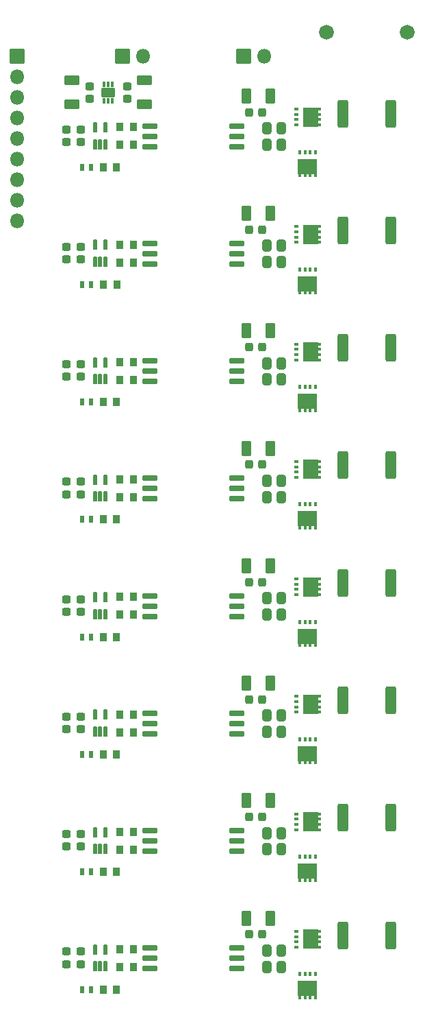
<source format=gbr>
%TF.GenerationSoftware,KiCad,Pcbnew,8.0.5*%
%TF.CreationDate,2024-10-04T12:38:32-05:00*%
%TF.ProjectId,bidirectional_load_switch,62696469-7265-4637-9469-6f6e616c5f6c,rev?*%
%TF.SameCoordinates,Original*%
%TF.FileFunction,Soldermask,Top*%
%TF.FilePolarity,Negative*%
%FSLAX46Y46*%
G04 Gerber Fmt 4.6, Leading zero omitted, Abs format (unit mm)*
G04 Created by KiCad (PCBNEW 8.0.5) date 2024-10-04 12:38:32*
%MOMM*%
%LPD*%
G01*
G04 APERTURE LIST*
G04 Aperture macros list*
%AMRoundRect*
0 Rectangle with rounded corners*
0 $1 Rounding radius*
0 $2 $3 $4 $5 $6 $7 $8 $9 X,Y pos of 4 corners*
0 Add a 4 corners polygon primitive as box body*
4,1,4,$2,$3,$4,$5,$6,$7,$8,$9,$2,$3,0*
0 Add four circle primitives for the rounded corners*
1,1,$1+$1,$2,$3*
1,1,$1+$1,$4,$5*
1,1,$1+$1,$6,$7*
1,1,$1+$1,$8,$9*
0 Add four rect primitives between the rounded corners*
20,1,$1+$1,$2,$3,$4,$5,0*
20,1,$1+$1,$4,$5,$6,$7,0*
20,1,$1+$1,$6,$7,$8,$9,0*
20,1,$1+$1,$8,$9,$2,$3,0*%
G04 Aperture macros list end*
%ADD10C,0.000000*%
%ADD11RoundRect,0.050800X0.177800X-0.584200X0.177800X0.584200X-0.177800X0.584200X-0.177800X-0.584200X0*%
%ADD12RoundRect,0.050800X-0.850900X-0.279400X0.850900X-0.279400X0.850900X0.279400X-0.850900X0.279400X0*%
%ADD13RoundRect,0.225400X-0.225400X-0.300400X0.225400X-0.300400X0.225400X0.300400X-0.225400X0.300400X0*%
%ADD14RoundRect,0.250400X-0.275400X0.250400X-0.275400X-0.250400X0.275400X-0.250400X0.275400X0.250400X0*%
%ADD15RoundRect,0.274780X-0.288520X-0.476020X0.288520X-0.476020X0.288520X0.476020X-0.288520X0.476020X0*%
%ADD16RoundRect,0.050800X-0.152400X0.215900X-0.152400X-0.215900X0.152400X-0.215900X0.152400X0.215900X0*%
%ADD17RoundRect,0.050800X-1.127355X0.902795X-1.127355X-0.902795X1.127355X-0.902795X1.127355X0.902795X0*%
%ADD18RoundRect,0.050800X-0.152400X0.326067X-0.152400X-0.326067X0.152400X-0.326067X0.152400X0.326067X0*%
%ADD19RoundRect,0.272087X-0.353713X-0.678713X0.353713X-0.678713X0.353713X0.678713X-0.353713X0.678713X0*%
%ADD20RoundRect,0.250400X-0.250400X-0.275400X0.250400X-0.275400X0.250400X0.275400X-0.250400X0.275400X0*%
%ADD21RoundRect,0.050800X0.228600X0.406400X-0.228600X0.406400X-0.228600X-0.406400X0.228600X-0.406400X0*%
%ADD22RoundRect,0.272087X-0.678713X0.353713X-0.678713X-0.353713X0.678713X-0.353713X0.678713X0.353713X0*%
%ADD23RoundRect,0.270735X0.392565X1.455065X-0.392565X1.455065X-0.392565X-1.455065X0.392565X-1.455065X0*%
%ADD24RoundRect,0.050800X-0.215900X-0.152400X0.215900X-0.152400X0.215900X0.152400X-0.215900X0.152400X0*%
%ADD25RoundRect,0.050800X-0.902795X-1.127355X0.902795X-1.127355X0.902795X1.127355X-0.902795X1.127355X0*%
%ADD26RoundRect,0.050800X-0.326067X-0.152400X0.326067X-0.152400X0.326067X0.152400X-0.326067X0.152400X0*%
%ADD27C,1.828800*%
%ADD28RoundRect,0.050800X0.127000X-0.304800X0.127000X0.304800X-0.127000X0.304800X-0.127000X-0.304800X0*%
%ADD29RoundRect,0.050800X0.774700X-0.508000X0.774700X0.508000X-0.774700X0.508000X-0.774700X-0.508000X0*%
%ADD30RoundRect,0.050800X0.850000X-0.850000X0.850000X0.850000X-0.850000X0.850000X-0.850000X-0.850000X0*%
%ADD31O,1.801600X1.801600*%
%ADD32RoundRect,0.250400X0.275400X-0.250400X0.275400X0.250400X-0.275400X0.250400X-0.275400X-0.250400X0*%
%ADD33RoundRect,0.272087X0.678713X-0.353713X0.678713X0.353713X-0.678713X0.353713X-0.678713X-0.353713X0*%
%ADD34RoundRect,0.050800X-0.850000X-0.850000X0.850000X-0.850000X0.850000X0.850000X-0.850000X0.850000X0*%
G04 APERTURE END LIST*
D10*
%TO.C,U304*%
G36*
X157327379Y-70550901D02*
G01*
X157022579Y-70550901D01*
X157022579Y-70144501D01*
X156677393Y-70144501D01*
X156677393Y-70550901D01*
X156372593Y-70550901D01*
X156372593Y-70144501D01*
X156027407Y-70144501D01*
X156027407Y-70550901D01*
X155722607Y-70550901D01*
X155722607Y-70144501D01*
X155377421Y-70144501D01*
X155377421Y-70550901D01*
X155072621Y-70551000D01*
X155073510Y-68341098D01*
X157326490Y-68341098D01*
X157327379Y-70550901D01*
G37*
%TO.C,U403*%
G36*
X157858860Y-76827553D02*
G01*
X157452460Y-76827553D01*
X157452460Y-77172739D01*
X157858860Y-77172739D01*
X157858860Y-77477539D01*
X157452460Y-77477539D01*
X157452460Y-77822725D01*
X157858860Y-77822725D01*
X157858860Y-78127525D01*
X157452460Y-78127525D01*
X157452460Y-78472711D01*
X157858860Y-78472711D01*
X157858959Y-78777511D01*
X155649057Y-78776622D01*
X155649057Y-76523642D01*
X157858860Y-76522753D01*
X157858860Y-76827553D01*
G37*
%TO.C,U204*%
G36*
X157327379Y-56050901D02*
G01*
X157022579Y-56050901D01*
X157022579Y-55644501D01*
X156677393Y-55644501D01*
X156677393Y-56050901D01*
X156372593Y-56050901D01*
X156372593Y-55644501D01*
X156027407Y-55644501D01*
X156027407Y-56050901D01*
X155722607Y-56050901D01*
X155722607Y-55644501D01*
X155377421Y-55644501D01*
X155377421Y-56050901D01*
X155072621Y-56051000D01*
X155073510Y-53841098D01*
X157326490Y-53841098D01*
X157327379Y-56050901D01*
G37*
%TO.C,U503*%
G36*
X157858860Y-91327553D02*
G01*
X157452460Y-91327553D01*
X157452460Y-91672739D01*
X157858860Y-91672739D01*
X157858860Y-91977539D01*
X157452460Y-91977539D01*
X157452460Y-92322725D01*
X157858860Y-92322725D01*
X157858860Y-92627525D01*
X157452460Y-92627525D01*
X157452460Y-92972711D01*
X157858860Y-92972711D01*
X157858959Y-93277511D01*
X155649057Y-93276622D01*
X155649057Y-91023642D01*
X157858860Y-91022753D01*
X157858860Y-91327553D01*
G37*
%TO.C,U703*%
G36*
X157858860Y-120327553D02*
G01*
X157452460Y-120327553D01*
X157452460Y-120672739D01*
X157858860Y-120672739D01*
X157858860Y-120977539D01*
X157452460Y-120977539D01*
X157452460Y-121322725D01*
X157858860Y-121322725D01*
X157858860Y-121627525D01*
X157452460Y-121627525D01*
X157452460Y-121972711D01*
X157858860Y-121972711D01*
X157858959Y-122277511D01*
X155649057Y-122276622D01*
X155649057Y-120023642D01*
X157858860Y-120022753D01*
X157858860Y-120327553D01*
G37*
%TO.C,U903*%
G36*
X157858860Y-149327553D02*
G01*
X157452460Y-149327553D01*
X157452460Y-149672739D01*
X157858860Y-149672739D01*
X157858860Y-149977539D01*
X157452460Y-149977539D01*
X157452460Y-150322725D01*
X157858860Y-150322725D01*
X157858860Y-150627525D01*
X157452460Y-150627525D01*
X157452460Y-150972711D01*
X157858860Y-150972711D01*
X157858959Y-151277511D01*
X155649057Y-151276622D01*
X155649057Y-149023642D01*
X157858860Y-149022753D01*
X157858860Y-149327553D01*
G37*
%TO.C,U303*%
G36*
X157858860Y-62327553D02*
G01*
X157452460Y-62327553D01*
X157452460Y-62672739D01*
X157858860Y-62672739D01*
X157858860Y-62977539D01*
X157452460Y-62977539D01*
X157452460Y-63322725D01*
X157858860Y-63322725D01*
X157858860Y-63627525D01*
X157452460Y-63627525D01*
X157452460Y-63972711D01*
X157858860Y-63972711D01*
X157858959Y-64277511D01*
X155649057Y-64276622D01*
X155649057Y-62023642D01*
X157858860Y-62022753D01*
X157858860Y-62327553D01*
G37*
%TO.C,U904*%
G36*
X157327379Y-157550901D02*
G01*
X157022579Y-157550901D01*
X157022579Y-157144501D01*
X156677393Y-157144501D01*
X156677393Y-157550901D01*
X156372593Y-157550901D01*
X156372593Y-157144501D01*
X156027407Y-157144501D01*
X156027407Y-157550901D01*
X155722607Y-157550901D01*
X155722607Y-157144501D01*
X155377421Y-157144501D01*
X155377421Y-157550901D01*
X155072621Y-157551000D01*
X155073510Y-155341098D01*
X157326490Y-155341098D01*
X157327379Y-157550901D01*
G37*
%TO.C,U203*%
G36*
X157858860Y-47827553D02*
G01*
X157452460Y-47827553D01*
X157452460Y-48172739D01*
X157858860Y-48172739D01*
X157858860Y-48477539D01*
X157452460Y-48477539D01*
X157452460Y-48822725D01*
X157858860Y-48822725D01*
X157858860Y-49127525D01*
X157452460Y-49127525D01*
X157452460Y-49472711D01*
X157858860Y-49472711D01*
X157858959Y-49777511D01*
X155649057Y-49776622D01*
X155649057Y-47523642D01*
X157858860Y-47522753D01*
X157858860Y-47827553D01*
G37*
%TO.C,U803*%
G36*
X157858860Y-134827553D02*
G01*
X157452460Y-134827553D01*
X157452460Y-135172739D01*
X157858860Y-135172739D01*
X157858860Y-135477539D01*
X157452460Y-135477539D01*
X157452460Y-135822725D01*
X157858860Y-135822725D01*
X157858860Y-136127525D01*
X157452460Y-136127525D01*
X157452460Y-136472711D01*
X157858860Y-136472711D01*
X157858959Y-136777511D01*
X155649057Y-136776622D01*
X155649057Y-134523642D01*
X157858860Y-134522753D01*
X157858860Y-134827553D01*
G37*
%TO.C,U404*%
G36*
X157327379Y-85050901D02*
G01*
X157022579Y-85050901D01*
X157022579Y-84644501D01*
X156677393Y-84644501D01*
X156677393Y-85050901D01*
X156372593Y-85050901D01*
X156372593Y-84644501D01*
X156027407Y-84644501D01*
X156027407Y-85050901D01*
X155722607Y-85050901D01*
X155722607Y-84644501D01*
X155377421Y-84644501D01*
X155377421Y-85050901D01*
X155072621Y-85051000D01*
X155073510Y-82841098D01*
X157326490Y-82841098D01*
X157327379Y-85050901D01*
G37*
%TO.C,U804*%
G36*
X157327379Y-143050901D02*
G01*
X157022579Y-143050901D01*
X157022579Y-142644501D01*
X156677393Y-142644501D01*
X156677393Y-143050901D01*
X156372593Y-143050901D01*
X156372593Y-142644501D01*
X156027407Y-142644501D01*
X156027407Y-143050901D01*
X155722607Y-143050901D01*
X155722607Y-142644501D01*
X155377421Y-142644501D01*
X155377421Y-143050901D01*
X155072621Y-143051000D01*
X155073510Y-140841098D01*
X157326490Y-140841098D01*
X157327379Y-143050901D01*
G37*
%TO.C,U604*%
G36*
X157327379Y-114050901D02*
G01*
X157022579Y-114050901D01*
X157022579Y-113644501D01*
X156677393Y-113644501D01*
X156677393Y-114050901D01*
X156372593Y-114050901D01*
X156372593Y-113644501D01*
X156027407Y-113644501D01*
X156027407Y-114050901D01*
X155722607Y-114050901D01*
X155722607Y-113644501D01*
X155377421Y-113644501D01*
X155377421Y-114050901D01*
X155072621Y-114051000D01*
X155073510Y-111841098D01*
X157326490Y-111841098D01*
X157327379Y-114050901D01*
G37*
%TO.C,U704*%
G36*
X157327379Y-128550901D02*
G01*
X157022579Y-128550901D01*
X157022579Y-128144501D01*
X156677393Y-128144501D01*
X156677393Y-128550901D01*
X156372593Y-128550901D01*
X156372593Y-128144501D01*
X156027407Y-128144501D01*
X156027407Y-128550901D01*
X155722607Y-128550901D01*
X155722607Y-128144501D01*
X155377421Y-128144501D01*
X155377421Y-128550901D01*
X155072621Y-128551000D01*
X155073510Y-126341098D01*
X157326490Y-126341098D01*
X157327379Y-128550901D01*
G37*
%TO.C,U603*%
G36*
X157858860Y-105827553D02*
G01*
X157452460Y-105827553D01*
X157452460Y-106172739D01*
X157858860Y-106172739D01*
X157858860Y-106477539D01*
X157452460Y-106477539D01*
X157452460Y-106822725D01*
X157858860Y-106822725D01*
X157858860Y-107127525D01*
X157452460Y-107127525D01*
X157452460Y-107472711D01*
X157858860Y-107472711D01*
X157858959Y-107777511D01*
X155649057Y-107776622D01*
X155649057Y-105523642D01*
X157858860Y-105522753D01*
X157858860Y-105827553D01*
G37*
%TO.C,U504*%
G36*
X157327379Y-99550901D02*
G01*
X157022579Y-99550901D01*
X157022579Y-99144501D01*
X156677393Y-99144501D01*
X156677393Y-99550901D01*
X156372593Y-99550901D01*
X156372593Y-99144501D01*
X156027407Y-99144501D01*
X156027407Y-99550901D01*
X155722607Y-99550901D01*
X155722607Y-99144501D01*
X155377421Y-99144501D01*
X155377421Y-99550901D01*
X155072621Y-99551000D01*
X155073510Y-97341098D01*
X157326490Y-97341098D01*
X157327379Y-99550901D01*
G37*
%TD*%
D11*
%TO.C,U601*%
X129900001Y-110041400D03*
X130550000Y-110041400D03*
X131199999Y-110041400D03*
X131199999Y-107958600D03*
X129900001Y-107958600D03*
%TD*%
D12*
%TO.C,U502*%
X136702700Y-93242800D03*
X136702700Y-94512800D03*
X136702700Y-95782800D03*
X147472300Y-95782800D03*
X147472300Y-94512800D03*
X147472300Y-93242800D03*
%TD*%
D13*
%TO.C,R901*%
X130925000Y-156350000D03*
X132575000Y-156350000D03*
%TD*%
D14*
%TO.C,C101*%
X133900000Y-44875000D03*
X133900000Y-46425000D03*
%TD*%
D11*
%TO.C,U801*%
X129900001Y-139041400D03*
X130550000Y-139041400D03*
X131199999Y-139041400D03*
X131199999Y-136958600D03*
X129900001Y-136958600D03*
%TD*%
D15*
%TO.C,R605*%
X151137500Y-110050000D03*
X152962500Y-110050000D03*
%TD*%
D14*
%TO.C,C501*%
X126400000Y-93675000D03*
X126400000Y-95225000D03*
%TD*%
D16*
%TO.C,U304*%
X157174979Y-67464999D03*
X156524993Y-67464999D03*
X155875007Y-67464999D03*
X155225021Y-67464999D03*
D17*
X156200132Y-69242041D03*
D18*
X155224989Y-70223995D03*
X156525625Y-70225625D03*
X155874375Y-70225625D03*
X157175011Y-70226067D03*
%TD*%
D11*
%TO.C,U701*%
X129900001Y-124541400D03*
X130550000Y-124541400D03*
X131199999Y-124541400D03*
X131199999Y-122458600D03*
X129900001Y-122458600D03*
%TD*%
D14*
%TO.C,C402*%
X128150000Y-79175000D03*
X128150000Y-80725000D03*
%TD*%
D15*
%TO.C,R404*%
X151137500Y-79050000D03*
X152962500Y-79050000D03*
%TD*%
%TO.C,R204*%
X151137500Y-50050000D03*
X152962500Y-50050000D03*
%TD*%
D12*
%TO.C,U202*%
X136702700Y-49742800D03*
X136702700Y-51012800D03*
X136702700Y-52282800D03*
X147472300Y-52282800D03*
X147472300Y-51012800D03*
X147472300Y-49742800D03*
%TD*%
D13*
%TO.C,R501*%
X130925000Y-98300000D03*
X132575000Y-98300000D03*
%TD*%
D19*
%TO.C,C703*%
X148600000Y-118550000D03*
X151550000Y-118550000D03*
%TD*%
D11*
%TO.C,U901*%
X129900001Y-153541400D03*
X130550000Y-153541400D03*
X131199999Y-153541400D03*
X131199999Y-151458600D03*
X129900001Y-151458600D03*
%TD*%
D12*
%TO.C,U802*%
X136702700Y-136742800D03*
X136702700Y-138012800D03*
X136702700Y-139282800D03*
X147472300Y-139282800D03*
X147472300Y-138012800D03*
X147472300Y-136742800D03*
%TD*%
D19*
%TO.C,C203*%
X148600000Y-46050000D03*
X151550000Y-46050000D03*
%TD*%
D13*
%TO.C,R801*%
X130925000Y-141850000D03*
X132575000Y-141850000D03*
%TD*%
%TO.C,R903*%
X132975000Y-153600000D03*
X134625000Y-153600000D03*
%TD*%
D15*
%TO.C,R205*%
X151137500Y-52050000D03*
X152962500Y-52050000D03*
%TD*%
D13*
%TO.C,R401*%
X130925000Y-83800000D03*
X132575000Y-83800000D03*
%TD*%
%TO.C,R703*%
X132975000Y-124600000D03*
X134625000Y-124600000D03*
%TD*%
D15*
%TO.C,R604*%
X151137500Y-108050000D03*
X152962500Y-108050000D03*
%TD*%
D20*
%TO.C,C304*%
X149000000Y-62550000D03*
X150550000Y-62550000D03*
%TD*%
D21*
%TO.C,LED701*%
X129421500Y-127350000D03*
X128278500Y-127350000D03*
%TD*%
D13*
%TO.C,R502*%
X132975000Y-93400000D03*
X134625000Y-93400000D03*
%TD*%
D21*
%TO.C,LED201*%
X129421500Y-54850000D03*
X128278500Y-54850000D03*
%TD*%
D12*
%TO.C,U402*%
X136702700Y-78742800D03*
X136702700Y-80012800D03*
X136702700Y-81282800D03*
X147472300Y-81282800D03*
X147472300Y-80012800D03*
X147472300Y-78742800D03*
%TD*%
D22*
%TO.C,C102*%
X136050000Y-44125000D03*
X136050000Y-47075000D03*
%TD*%
D20*
%TO.C,C904*%
X149000000Y-149550000D03*
X150550000Y-149550000D03*
%TD*%
D13*
%TO.C,R803*%
X132975000Y-139100000D03*
X134625000Y-139100000D03*
%TD*%
D19*
%TO.C,C403*%
X148600000Y-75050000D03*
X151550000Y-75050000D03*
%TD*%
D15*
%TO.C,R405*%
X151137500Y-81050000D03*
X152962500Y-81050000D03*
%TD*%
%TO.C,R704*%
X151137500Y-122550000D03*
X152962500Y-122550000D03*
%TD*%
D19*
%TO.C,C803*%
X148600000Y-133050000D03*
X151550000Y-133050000D03*
%TD*%
D20*
%TO.C,C804*%
X149000000Y-135050000D03*
X150550000Y-135050000D03*
%TD*%
D23*
%TO.C,RS105*%
X166512500Y-106150000D03*
X160587500Y-106150000D03*
%TD*%
D24*
%TO.C,U403*%
X154772958Y-76675153D03*
X154772958Y-77325139D03*
X154772958Y-77975125D03*
X154772958Y-78625111D03*
D25*
X156550000Y-77650000D03*
D26*
X157531954Y-78625143D03*
X157533584Y-77324507D03*
X157533584Y-77975757D03*
X157534026Y-76675121D03*
%TD*%
D16*
%TO.C,U204*%
X157174979Y-52964999D03*
X156524993Y-52964999D03*
X155875007Y-52964999D03*
X155225021Y-52964999D03*
D17*
X156200132Y-54742041D03*
D18*
X155224989Y-55723995D03*
X156525625Y-55725625D03*
X155874375Y-55725625D03*
X157175011Y-55726067D03*
%TD*%
D24*
%TO.C,U503*%
X154772958Y-91175153D03*
X154772958Y-91825139D03*
X154772958Y-92475125D03*
X154772958Y-93125111D03*
D25*
X156550000Y-92150000D03*
D26*
X157531954Y-93125143D03*
X157533584Y-91824507D03*
X157533584Y-92475757D03*
X157534026Y-91175121D03*
%TD*%
D21*
%TO.C,LED801*%
X129421500Y-141850000D03*
X128278500Y-141850000D03*
%TD*%
D23*
%TO.C,RS108*%
X166512500Y-149650000D03*
X160587500Y-149650000D03*
%TD*%
D21*
%TO.C,LED601*%
X129421500Y-112850000D03*
X128278500Y-112850000D03*
%TD*%
D14*
%TO.C,C802*%
X128150000Y-137175000D03*
X128150000Y-138725000D03*
%TD*%
D27*
%TO.C,J101*%
X168550000Y-38150000D03*
X158550000Y-38150000D03*
%TD*%
D20*
%TO.C,C504*%
X149000000Y-91550000D03*
X150550000Y-91550000D03*
%TD*%
D24*
%TO.C,U703*%
X154772958Y-120175153D03*
X154772958Y-120825139D03*
X154772958Y-121475125D03*
X154772958Y-122125111D03*
D25*
X156550000Y-121150000D03*
D26*
X157531954Y-122125143D03*
X157533584Y-120824507D03*
X157533584Y-121475757D03*
X157534026Y-120175121D03*
%TD*%
D14*
%TO.C,C301*%
X126400000Y-64675000D03*
X126400000Y-66225000D03*
%TD*%
D11*
%TO.C,U201*%
X129900001Y-52041400D03*
X130550000Y-52041400D03*
X131199999Y-52041400D03*
X131199999Y-49958600D03*
X129900001Y-49958600D03*
%TD*%
D14*
%TO.C,C701*%
X126400000Y-122675000D03*
X126400000Y-124225000D03*
%TD*%
D23*
%TO.C,RS103*%
X166512500Y-77150000D03*
X160587500Y-77150000D03*
%TD*%
%TO.C,RS106*%
X166512500Y-120650000D03*
X160587500Y-120650000D03*
%TD*%
D13*
%TO.C,R403*%
X132975000Y-81100000D03*
X134625000Y-81100000D03*
%TD*%
D19*
%TO.C,C503*%
X148600000Y-89550000D03*
X151550000Y-89550000D03*
%TD*%
D13*
%TO.C,R303*%
X132975000Y-66600000D03*
X134625000Y-66600000D03*
%TD*%
D15*
%TO.C,R505*%
X151137500Y-95550000D03*
X152962500Y-95550000D03*
%TD*%
D24*
%TO.C,U903*%
X154772958Y-149175153D03*
X154772958Y-149825139D03*
X154772958Y-150475125D03*
X154772958Y-151125111D03*
D25*
X156550000Y-150150000D03*
D26*
X157531954Y-151125143D03*
X157533584Y-149824507D03*
X157533584Y-150475757D03*
X157534026Y-149175121D03*
%TD*%
D13*
%TO.C,R701*%
X130925000Y-127350000D03*
X132575000Y-127350000D03*
%TD*%
D15*
%TO.C,R904*%
X151137500Y-151550000D03*
X152962500Y-151550000D03*
%TD*%
D24*
%TO.C,U303*%
X154772958Y-62175153D03*
X154772958Y-62825139D03*
X154772958Y-63475125D03*
X154772958Y-64125111D03*
D25*
X156550000Y-63150000D03*
D26*
X157531954Y-64125143D03*
X157533584Y-62824507D03*
X157533584Y-63475757D03*
X157534026Y-62175121D03*
%TD*%
D11*
%TO.C,U301*%
X129900001Y-66541400D03*
X130550000Y-66541400D03*
X131199999Y-66541400D03*
X131199999Y-64458600D03*
X129900001Y-64458600D03*
%TD*%
D13*
%TO.C,R602*%
X132975000Y-107900000D03*
X134625000Y-107900000D03*
%TD*%
D23*
%TO.C,RS101*%
X166462500Y-48250000D03*
X160537500Y-48250000D03*
%TD*%
D14*
%TO.C,C902*%
X128150000Y-151675000D03*
X128150000Y-153225000D03*
%TD*%
D28*
%TO.C,U101*%
X131049874Y-46653300D03*
X131550000Y-46653300D03*
X132050126Y-46653300D03*
X132050126Y-44646700D03*
X131550000Y-44646700D03*
X131049874Y-44646700D03*
D29*
X131550000Y-45650000D03*
%TD*%
D13*
%TO.C,R603*%
X132975000Y-110100000D03*
X134625000Y-110100000D03*
%TD*%
D19*
%TO.C,C603*%
X148600000Y-104050000D03*
X151550000Y-104050000D03*
%TD*%
D16*
%TO.C,U904*%
X157174979Y-154464999D03*
X156524993Y-154464999D03*
X155875007Y-154464999D03*
X155225021Y-154464999D03*
D17*
X156200132Y-156242041D03*
D18*
X155224989Y-157223995D03*
X156525625Y-157225625D03*
X155874375Y-157225625D03*
X157175011Y-157226067D03*
%TD*%
D14*
%TO.C,C401*%
X126400000Y-79175000D03*
X126400000Y-80725000D03*
%TD*%
D21*
%TO.C,LED501*%
X129421500Y-98300000D03*
X128278500Y-98300000D03*
%TD*%
D13*
%TO.C,R302*%
X132975000Y-64400000D03*
X134625000Y-64400000D03*
%TD*%
D12*
%TO.C,U902*%
X136702700Y-151242800D03*
X136702700Y-152512800D03*
X136702700Y-153782800D03*
X147472300Y-153782800D03*
X147472300Y-152512800D03*
X147472300Y-151242800D03*
%TD*%
D30*
%TO.C,J102*%
X148275000Y-41150000D03*
D31*
X150815000Y-41150000D03*
%TD*%
D20*
%TO.C,C204*%
X149000000Y-48050000D03*
X150550000Y-48050000D03*
%TD*%
D13*
%TO.C,R503*%
X132975000Y-95600000D03*
X134625000Y-95600000D03*
%TD*%
D15*
%TO.C,R905*%
X151137500Y-153550000D03*
X152962500Y-153550000D03*
%TD*%
D14*
%TO.C,C302*%
X128150000Y-64675000D03*
X128150000Y-66225000D03*
%TD*%
D21*
%TO.C,LED301*%
X129432550Y-69350000D03*
X128289550Y-69350000D03*
%TD*%
%TO.C,LED401*%
X129418000Y-83800000D03*
X128275000Y-83800000D03*
%TD*%
D14*
%TO.C,C502*%
X128150000Y-93675000D03*
X128150000Y-95225000D03*
%TD*%
D24*
%TO.C,U203*%
X154772958Y-47675153D03*
X154772958Y-48325139D03*
X154772958Y-48975125D03*
X154772958Y-49625111D03*
D25*
X156550000Y-48650000D03*
D26*
X157531954Y-49625143D03*
X157533584Y-48324507D03*
X157533584Y-48975757D03*
X157534026Y-47675121D03*
%TD*%
D24*
%TO.C,U803*%
X154772958Y-134675153D03*
X154772958Y-135325139D03*
X154772958Y-135975125D03*
X154772958Y-136625111D03*
D25*
X156550000Y-135650000D03*
D26*
X157531954Y-136625143D03*
X157533584Y-135324507D03*
X157533584Y-135975757D03*
X157534026Y-134675121D03*
%TD*%
D14*
%TO.C,C601*%
X126400000Y-108175000D03*
X126400000Y-109725000D03*
%TD*%
D15*
%TO.C,R804*%
X151137500Y-137050000D03*
X152962500Y-137050000D03*
%TD*%
D14*
%TO.C,C702*%
X128150000Y-122675000D03*
X128150000Y-124225000D03*
%TD*%
D16*
%TO.C,U404*%
X157174979Y-81964999D03*
X156524993Y-81964999D03*
X155875007Y-81964999D03*
X155225021Y-81964999D03*
D17*
X156200132Y-83742041D03*
D18*
X155224989Y-84723995D03*
X156525625Y-84725625D03*
X155874375Y-84725625D03*
X157175011Y-84726067D03*
%TD*%
D13*
%TO.C,R802*%
X132975000Y-136900000D03*
X134625000Y-136900000D03*
%TD*%
D16*
%TO.C,U804*%
X157174979Y-139964999D03*
X156524993Y-139964999D03*
X155875007Y-139964999D03*
X155225021Y-139964999D03*
D17*
X156200132Y-141742041D03*
D18*
X155224989Y-142723995D03*
X156525625Y-142725625D03*
X155874375Y-142725625D03*
X157175011Y-142726067D03*
%TD*%
D14*
%TO.C,C602*%
X128150000Y-108175000D03*
X128150000Y-109725000D03*
%TD*%
D15*
%TO.C,R805*%
X151137500Y-139050000D03*
X152962500Y-139050000D03*
%TD*%
D13*
%TO.C,R201*%
X130925000Y-54850000D03*
X132575000Y-54850000D03*
%TD*%
D16*
%TO.C,U604*%
X157174979Y-110964999D03*
X156524993Y-110964999D03*
X155875007Y-110964999D03*
X155225021Y-110964999D03*
D17*
X156200132Y-112742041D03*
D18*
X155224989Y-113723995D03*
X156525625Y-113725625D03*
X155874375Y-113725625D03*
X157175011Y-113726067D03*
%TD*%
D13*
%TO.C,R202*%
X132975000Y-49900000D03*
X134625000Y-49900000D03*
%TD*%
D14*
%TO.C,C801*%
X126400000Y-137175000D03*
X126400000Y-138725000D03*
%TD*%
D15*
%TO.C,R504*%
X151137500Y-93550000D03*
X152962500Y-93550000D03*
%TD*%
D23*
%TO.C,RS104*%
X166512500Y-91650000D03*
X160587500Y-91650000D03*
%TD*%
D21*
%TO.C,LED901*%
X129421500Y-156350000D03*
X128278500Y-156350000D03*
%TD*%
D13*
%TO.C,R601*%
X130925000Y-112850000D03*
X132575000Y-112850000D03*
%TD*%
D12*
%TO.C,U702*%
X136702700Y-122242800D03*
X136702700Y-123512800D03*
X136702700Y-124782800D03*
X147472300Y-124782800D03*
X147472300Y-123512800D03*
X147472300Y-122242800D03*
%TD*%
D13*
%TO.C,R402*%
X132975000Y-78900000D03*
X134625000Y-78900000D03*
%TD*%
D14*
%TO.C,C202*%
X128150000Y-50175000D03*
X128150000Y-51725000D03*
%TD*%
D15*
%TO.C,R705*%
X151137500Y-124550000D03*
X152962500Y-124550000D03*
%TD*%
D11*
%TO.C,U501*%
X129900001Y-95541400D03*
X130550000Y-95541400D03*
X131199999Y-95541400D03*
X131199999Y-93458600D03*
X129900001Y-93458600D03*
%TD*%
D16*
%TO.C,U704*%
X157174979Y-125464999D03*
X156524993Y-125464999D03*
X155875007Y-125464999D03*
X155225021Y-125464999D03*
D17*
X156200132Y-127242041D03*
D18*
X155224989Y-128223995D03*
X156525625Y-128225625D03*
X155874375Y-128225625D03*
X157175011Y-128226067D03*
%TD*%
D19*
%TO.C,C303*%
X148600000Y-60550000D03*
X151550000Y-60550000D03*
%TD*%
D20*
%TO.C,C704*%
X149000000Y-120550000D03*
X150550000Y-120550000D03*
%TD*%
D11*
%TO.C,U401*%
X129900001Y-81041400D03*
X130550000Y-81041400D03*
X131199999Y-81041400D03*
X131199999Y-78958600D03*
X129900001Y-78958600D03*
%TD*%
D13*
%TO.C,R902*%
X132975000Y-151400000D03*
X134625000Y-151400000D03*
%TD*%
D32*
%TO.C,C104*%
X129200000Y-46425000D03*
X129200000Y-44875000D03*
%TD*%
D19*
%TO.C,C903*%
X148600000Y-147550000D03*
X151550000Y-147550000D03*
%TD*%
D33*
%TO.C,C103*%
X127050000Y-47075000D03*
X127050000Y-44125000D03*
%TD*%
D24*
%TO.C,U603*%
X154772958Y-105675153D03*
X154772958Y-106325139D03*
X154772958Y-106975125D03*
X154772958Y-107625111D03*
D25*
X156550000Y-106650000D03*
D26*
X157531954Y-107625143D03*
X157533584Y-106324507D03*
X157533584Y-106975757D03*
X157534026Y-105675121D03*
%TD*%
D14*
%TO.C,C901*%
X126400000Y-151675000D03*
X126400000Y-153225000D03*
%TD*%
D20*
%TO.C,C404*%
X149000000Y-77050000D03*
X150550000Y-77050000D03*
%TD*%
D13*
%TO.C,R301*%
X130936050Y-69350000D03*
X132586050Y-69350000D03*
%TD*%
D30*
%TO.C,J104*%
X133275000Y-41150000D03*
D31*
X135815000Y-41150000D03*
%TD*%
D12*
%TO.C,U302*%
X136702700Y-64242800D03*
X136702700Y-65512800D03*
X136702700Y-66782800D03*
X147472300Y-66782800D03*
X147472300Y-65512800D03*
X147472300Y-64242800D03*
%TD*%
D34*
%TO.C,J103*%
X120300000Y-41150000D03*
D31*
X120300000Y-43690000D03*
X120300000Y-46230000D03*
X120300000Y-48770000D03*
X120300000Y-51310000D03*
X120300000Y-53850000D03*
X120300000Y-56390000D03*
X120300000Y-58930000D03*
X120300000Y-61470000D03*
%TD*%
D13*
%TO.C,R702*%
X132975000Y-122400000D03*
X134625000Y-122400000D03*
%TD*%
D15*
%TO.C,R304*%
X151137500Y-64550000D03*
X152962500Y-64550000D03*
%TD*%
D13*
%TO.C,R203*%
X132975000Y-52100000D03*
X134625000Y-52100000D03*
%TD*%
D20*
%TO.C,C604*%
X149000000Y-106050000D03*
X150550000Y-106050000D03*
%TD*%
D16*
%TO.C,U504*%
X157174979Y-96464999D03*
X156524993Y-96464999D03*
X155875007Y-96464999D03*
X155225021Y-96464999D03*
D17*
X156200132Y-98242041D03*
D18*
X155224989Y-99223995D03*
X156525625Y-99225625D03*
X155874375Y-99225625D03*
X157175011Y-99226067D03*
%TD*%
D14*
%TO.C,C201*%
X126400000Y-50175000D03*
X126400000Y-51725000D03*
%TD*%
D12*
%TO.C,U602*%
X136702700Y-107742800D03*
X136702700Y-109012800D03*
X136702700Y-110282800D03*
X147472300Y-110282800D03*
X147472300Y-109012800D03*
X147472300Y-107742800D03*
%TD*%
D23*
%TO.C,RS107*%
X166512500Y-135150000D03*
X160587500Y-135150000D03*
%TD*%
%TO.C,RS102*%
X166512500Y-62650000D03*
X160587500Y-62650000D03*
%TD*%
D15*
%TO.C,R305*%
X151137500Y-66550000D03*
X152962500Y-66550000D03*
%TD*%
M02*

</source>
